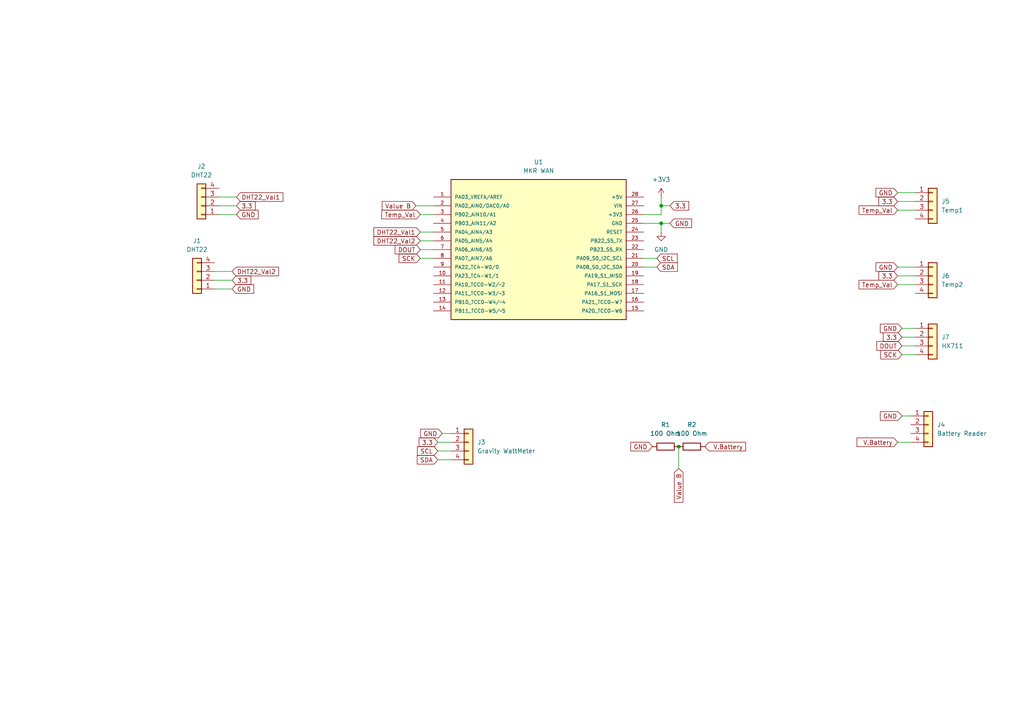
<source format=kicad_sch>
(kicad_sch (version 20211123) (generator eeschema)

  (uuid f2483d69-fc44-44cf-8319-c71be32e07d7)

  (paper "A4")

  (lib_symbols
    (symbol "Connector_Generic:Conn_01x04" (pin_names (offset 1.016) hide) (in_bom yes) (on_board yes)
      (property "Reference" "J" (id 0) (at 0 5.08 0)
        (effects (font (size 1.27 1.27)))
      )
      (property "Value" "Conn_01x04" (id 1) (at 0 -7.62 0)
        (effects (font (size 1.27 1.27)))
      )
      (property "Footprint" "" (id 2) (at 0 0 0)
        (effects (font (size 1.27 1.27)) hide)
      )
      (property "Datasheet" "~" (id 3) (at 0 0 0)
        (effects (font (size 1.27 1.27)) hide)
      )
      (property "ki_keywords" "connector" (id 4) (at 0 0 0)
        (effects (font (size 1.27 1.27)) hide)
      )
      (property "ki_description" "Generic connector, single row, 01x04, script generated (kicad-library-utils/schlib/autogen/connector/)" (id 5) (at 0 0 0)
        (effects (font (size 1.27 1.27)) hide)
      )
      (property "ki_fp_filters" "Connector*:*_1x??_*" (id 6) (at 0 0 0)
        (effects (font (size 1.27 1.27)) hide)
      )
      (symbol "Conn_01x04_1_1"
        (rectangle (start -1.27 -4.953) (end 0 -5.207)
          (stroke (width 0.1524) (type default) (color 0 0 0 0))
          (fill (type none))
        )
        (rectangle (start -1.27 -2.413) (end 0 -2.667)
          (stroke (width 0.1524) (type default) (color 0 0 0 0))
          (fill (type none))
        )
        (rectangle (start -1.27 0.127) (end 0 -0.127)
          (stroke (width 0.1524) (type default) (color 0 0 0 0))
          (fill (type none))
        )
        (rectangle (start -1.27 2.667) (end 0 2.413)
          (stroke (width 0.1524) (type default) (color 0 0 0 0))
          (fill (type none))
        )
        (rectangle (start -1.27 3.81) (end 1.27 -6.35)
          (stroke (width 0.254) (type default) (color 0 0 0 0))
          (fill (type background))
        )
        (pin passive line (at -5.08 2.54 0) (length 3.81)
          (name "Pin_1" (effects (font (size 1.27 1.27))))
          (number "1" (effects (font (size 1.27 1.27))))
        )
        (pin passive line (at -5.08 0 0) (length 3.81)
          (name "Pin_2" (effects (font (size 1.27 1.27))))
          (number "2" (effects (font (size 1.27 1.27))))
        )
        (pin passive line (at -5.08 -2.54 0) (length 3.81)
          (name "Pin_3" (effects (font (size 1.27 1.27))))
          (number "3" (effects (font (size 1.27 1.27))))
        )
        (pin passive line (at -5.08 -5.08 0) (length 3.81)
          (name "Pin_4" (effects (font (size 1.27 1.27))))
          (number "4" (effects (font (size 1.27 1.27))))
        )
      )
    )
    (symbol "Device:R" (pin_numbers hide) (pin_names (offset 0)) (in_bom yes) (on_board yes)
      (property "Reference" "R" (id 0) (at 2.032 0 90)
        (effects (font (size 1.27 1.27)))
      )
      (property "Value" "R" (id 1) (at 0 0 90)
        (effects (font (size 1.27 1.27)))
      )
      (property "Footprint" "" (id 2) (at -1.778 0 90)
        (effects (font (size 1.27 1.27)) hide)
      )
      (property "Datasheet" "~" (id 3) (at 0 0 0)
        (effects (font (size 1.27 1.27)) hide)
      )
      (property "ki_keywords" "R res resistor" (id 4) (at 0 0 0)
        (effects (font (size 1.27 1.27)) hide)
      )
      (property "ki_description" "Resistor" (id 5) (at 0 0 0)
        (effects (font (size 1.27 1.27)) hide)
      )
      (property "ki_fp_filters" "R_*" (id 6) (at 0 0 0)
        (effects (font (size 1.27 1.27)) hide)
      )
      (symbol "R_0_1"
        (rectangle (start -1.016 -2.54) (end 1.016 2.54)
          (stroke (width 0.254) (type default) (color 0 0 0 0))
          (fill (type none))
        )
      )
      (symbol "R_1_1"
        (pin passive line (at 0 3.81 270) (length 1.27)
          (name "~" (effects (font (size 1.27 1.27))))
          (number "1" (effects (font (size 1.27 1.27))))
        )
        (pin passive line (at 0 -3.81 90) (length 1.27)
          (name "~" (effects (font (size 1.27 1.27))))
          (number "2" (effects (font (size 1.27 1.27))))
        )
      )
    )
    (symbol "MKRWAN:ABX00012" (pin_names (offset 1.016)) (in_bom yes) (on_board yes)
      (property "Reference" "U" (id 0) (at -25.4 21.082 0)
        (effects (font (size 1.27 1.27)) (justify left bottom))
      )
      (property "Value" "ABX00012" (id 1) (at -25.4 -22.86 0)
        (effects (font (size 1.27 1.27)) (justify left bottom))
      )
      (property "Footprint" "ARDUINO_ABX00012" (id 2) (at 0 0 0)
        (effects (font (size 1.27 1.27)) (justify bottom) hide)
      )
      (property "Datasheet" "" (id 3) (at 0 0 0)
        (effects (font (size 1.27 1.27)) hide)
      )
      (property "MAXIMUM_PACKAGE_HEIGHT" "" (id 4) (at 0 0 0)
        (effects (font (size 1.27 1.27)) (justify bottom) hide)
      )
      (property "MANUFACTURER" "Arduino" (id 5) (at 0 0 0)
        (effects (font (size 1.27 1.27)) (justify bottom) hide)
      )
      (property "PARTREV" "5" (id 6) (at 0 0 0)
        (effects (font (size 1.27 1.27)) (justify bottom) hide)
      )
      (property "STANDARD" "Manufacturer Recommendations" (id 7) (at 0 0 0)
        (effects (font (size 1.27 1.27)) (justify bottom) hide)
      )
      (symbol "ABX00012_0_0"
        (rectangle (start -25.4 -20.32) (end 25.4 20.32)
          (stroke (width 0.254) (type default) (color 0 0 0 0))
          (fill (type background))
        )
        (pin bidirectional line (at -30.48 15.24 0) (length 5.08)
          (name "PA03_VREFA/AREF" (effects (font (size 1.016 1.016))))
          (number "1" (effects (font (size 1.016 1.016))))
        )
        (pin bidirectional line (at -30.48 -7.62 0) (length 5.08)
          (name "PA23_TC4-W1/1" (effects (font (size 1.016 1.016))))
          (number "10" (effects (font (size 1.016 1.016))))
        )
        (pin bidirectional line (at -30.48 -10.16 0) (length 5.08)
          (name "PA10_TCC0-W2/~2" (effects (font (size 1.016 1.016))))
          (number "11" (effects (font (size 1.016 1.016))))
        )
        (pin bidirectional line (at -30.48 -12.7 0) (length 5.08)
          (name "PA11_TCC0-W3/~3" (effects (font (size 1.016 1.016))))
          (number "12" (effects (font (size 1.016 1.016))))
        )
        (pin bidirectional line (at -30.48 -15.24 0) (length 5.08)
          (name "PB10_TCC0-W4/~4" (effects (font (size 1.016 1.016))))
          (number "13" (effects (font (size 1.016 1.016))))
        )
        (pin bidirectional line (at -30.48 -17.78 0) (length 5.08)
          (name "PB11_TCC0-W5/~5" (effects (font (size 1.016 1.016))))
          (number "14" (effects (font (size 1.016 1.016))))
        )
        (pin bidirectional line (at 30.48 -17.78 180) (length 5.08)
          (name "PA20_TCC0-W6" (effects (font (size 1.016 1.016))))
          (number "15" (effects (font (size 1.016 1.016))))
        )
        (pin bidirectional line (at 30.48 -15.24 180) (length 5.08)
          (name "PA21_TCC0-W7" (effects (font (size 1.016 1.016))))
          (number "16" (effects (font (size 1.016 1.016))))
        )
        (pin bidirectional line (at 30.48 -12.7 180) (length 5.08)
          (name "PA16_S1_MOSI" (effects (font (size 1.016 1.016))))
          (number "17" (effects (font (size 1.016 1.016))))
        )
        (pin bidirectional line (at 30.48 -10.16 180) (length 5.08)
          (name "PA17_S1_SCK" (effects (font (size 1.016 1.016))))
          (number "18" (effects (font (size 1.016 1.016))))
        )
        (pin bidirectional line (at 30.48 -7.62 180) (length 5.08)
          (name "PA19_S1_MISO" (effects (font (size 1.016 1.016))))
          (number "19" (effects (font (size 1.016 1.016))))
        )
        (pin bidirectional line (at -30.48 12.7 0) (length 5.08)
          (name "PA02_AIN0/DAC0/A0" (effects (font (size 1.016 1.016))))
          (number "2" (effects (font (size 1.016 1.016))))
        )
        (pin bidirectional line (at 30.48 -5.08 180) (length 5.08)
          (name "PA08_S0_I2C_SDA" (effects (font (size 1.016 1.016))))
          (number "20" (effects (font (size 1.016 1.016))))
        )
        (pin bidirectional line (at 30.48 -2.54 180) (length 5.08)
          (name "PA09_S0_I2C_SCL" (effects (font (size 1.016 1.016))))
          (number "21" (effects (font (size 1.016 1.016))))
        )
        (pin bidirectional line (at 30.48 0 180) (length 5.08)
          (name "PB23_S5_RX" (effects (font (size 1.016 1.016))))
          (number "22" (effects (font (size 1.016 1.016))))
        )
        (pin bidirectional line (at 30.48 2.54 180) (length 5.08)
          (name "PB22_S5_TX" (effects (font (size 1.016 1.016))))
          (number "23" (effects (font (size 1.016 1.016))))
        )
        (pin input line (at 30.48 5.08 180) (length 5.08)
          (name "RESET" (effects (font (size 1.016 1.016))))
          (number "24" (effects (font (size 1.016 1.016))))
        )
        (pin power_in line (at 30.48 7.62 180) (length 5.08)
          (name "GND" (effects (font (size 1.016 1.016))))
          (number "25" (effects (font (size 1.016 1.016))))
        )
        (pin power_in line (at 30.48 10.16 180) (length 5.08)
          (name "+3V3" (effects (font (size 1.016 1.016))))
          (number "26" (effects (font (size 1.016 1.016))))
        )
        (pin power_in line (at 30.48 12.7 180) (length 5.08)
          (name "VIN" (effects (font (size 1.016 1.016))))
          (number "27" (effects (font (size 1.016 1.016))))
        )
        (pin power_in line (at 30.48 15.24 180) (length 5.08)
          (name "+5V" (effects (font (size 1.016 1.016))))
          (number "28" (effects (font (size 1.016 1.016))))
        )
        (pin bidirectional line (at -30.48 10.16 0) (length 5.08)
          (name "PB02_AIN10/A1" (effects (font (size 1.016 1.016))))
          (number "3" (effects (font (size 1.016 1.016))))
        )
        (pin bidirectional line (at -30.48 7.62 0) (length 5.08)
          (name "PB03_AIN11/A2" (effects (font (size 1.016 1.016))))
          (number "4" (effects (font (size 1.016 1.016))))
        )
        (pin bidirectional line (at -30.48 5.08 0) (length 5.08)
          (name "PA04_AIN4/A3" (effects (font (size 1.016 1.016))))
          (number "5" (effects (font (size 1.016 1.016))))
        )
        (pin bidirectional line (at -30.48 2.54 0) (length 5.08)
          (name "PA05_AIN5/A4" (effects (font (size 1.016 1.016))))
          (number "6" (effects (font (size 1.016 1.016))))
        )
        (pin bidirectional line (at -30.48 0 0) (length 5.08)
          (name "PA06_AIN6/A5" (effects (font (size 1.016 1.016))))
          (number "7" (effects (font (size 1.016 1.016))))
        )
        (pin bidirectional line (at -30.48 -2.54 0) (length 5.08)
          (name "PA07_AIN7/A6" (effects (font (size 1.016 1.016))))
          (number "8" (effects (font (size 1.016 1.016))))
        )
        (pin bidirectional line (at -30.48 -5.08 0) (length 5.08)
          (name "PA22_TC4-W0/0" (effects (font (size 1.016 1.016))))
          (number "9" (effects (font (size 1.016 1.016))))
        )
      )
    )
    (symbol "power:+3V3" (power) (pin_names (offset 0)) (in_bom yes) (on_board yes)
      (property "Reference" "#PWR" (id 0) (at 0 -3.81 0)
        (effects (font (size 1.27 1.27)) hide)
      )
      (property "Value" "+3V3" (id 1) (at 0 3.556 0)
        (effects (font (size 1.27 1.27)))
      )
      (property "Footprint" "" (id 2) (at 0 0 0)
        (effects (font (size 1.27 1.27)) hide)
      )
      (property "Datasheet" "" (id 3) (at 0 0 0)
        (effects (font (size 1.27 1.27)) hide)
      )
      (property "ki_keywords" "power-flag" (id 4) (at 0 0 0)
        (effects (font (size 1.27 1.27)) hide)
      )
      (property "ki_description" "Power symbol creates a global label with name \"+3V3\"" (id 5) (at 0 0 0)
        (effects (font (size 1.27 1.27)) hide)
      )
      (symbol "+3V3_0_1"
        (polyline
          (pts
            (xy -0.762 1.27)
            (xy 0 2.54)
          )
          (stroke (width 0) (type default) (color 0 0 0 0))
          (fill (type none))
        )
        (polyline
          (pts
            (xy 0 0)
            (xy 0 2.54)
          )
          (stroke (width 0) (type default) (color 0 0 0 0))
          (fill (type none))
        )
        (polyline
          (pts
            (xy 0 2.54)
            (xy 0.762 1.27)
          )
          (stroke (width 0) (type default) (color 0 0 0 0))
          (fill (type none))
        )
      )
      (symbol "+3V3_1_1"
        (pin power_in line (at 0 0 90) (length 0) hide
          (name "+3V3" (effects (font (size 1.27 1.27))))
          (number "1" (effects (font (size 1.27 1.27))))
        )
      )
    )
    (symbol "power:GND" (power) (pin_names (offset 0)) (in_bom yes) (on_board yes)
      (property "Reference" "#PWR" (id 0) (at 0 -6.35 0)
        (effects (font (size 1.27 1.27)) hide)
      )
      (property "Value" "GND" (id 1) (at 0 -3.81 0)
        (effects (font (size 1.27 1.27)))
      )
      (property "Footprint" "" (id 2) (at 0 0 0)
        (effects (font (size 1.27 1.27)) hide)
      )
      (property "Datasheet" "" (id 3) (at 0 0 0)
        (effects (font (size 1.27 1.27)) hide)
      )
      (property "ki_keywords" "power-flag" (id 4) (at 0 0 0)
        (effects (font (size 1.27 1.27)) hide)
      )
      (property "ki_description" "Power symbol creates a global label with name \"GND\" , ground" (id 5) (at 0 0 0)
        (effects (font (size 1.27 1.27)) hide)
      )
      (symbol "GND_0_1"
        (polyline
          (pts
            (xy 0 0)
            (xy 0 -1.27)
            (xy 1.27 -1.27)
            (xy 0 -2.54)
            (xy -1.27 -1.27)
            (xy 0 -1.27)
          )
          (stroke (width 0) (type default) (color 0 0 0 0))
          (fill (type none))
        )
      )
      (symbol "GND_1_1"
        (pin power_in line (at 0 0 270) (length 0) hide
          (name "GND" (effects (font (size 1.27 1.27))))
          (number "1" (effects (font (size 1.27 1.27))))
        )
      )
    )
  )

  (junction (at 196.85 129.54) (diameter 0) (color 0 0 0 0)
    (uuid 70c53b2c-afb7-4da2-a183-b83c916607fb)
  )
  (junction (at 191.77 64.77) (diameter 0) (color 0 0 0 0)
    (uuid 973c3ba0-edaf-41f3-bda2-8e55c2707956)
  )
  (junction (at 191.77 59.69) (diameter 0) (color 0 0 0 0)
    (uuid cb11408c-0f94-49f0-a8a7-a4f942d4f97c)
  )

  (wire (pts (xy 128.27 125.73) (xy 130.81 125.73))
    (stroke (width 0) (type default) (color 0 0 0 0))
    (uuid 08e4ee90-2652-44b8-91a7-dd02cd0c3e12)
  )
  (wire (pts (xy 120.65 59.69) (xy 125.73 59.69))
    (stroke (width 0) (type default) (color 0 0 0 0))
    (uuid 0b644d05-09d2-4ef6-be78-0edddff56fb0)
  )
  (wire (pts (xy 196.85 129.54) (xy 196.85 135.89))
    (stroke (width 0) (type default) (color 0 0 0 0))
    (uuid 1777f2ad-ad8b-4db8-bf49-174a02fb9411)
  )
  (wire (pts (xy 260.35 60.96) (xy 265.43 60.96))
    (stroke (width 0) (type default) (color 0 0 0 0))
    (uuid 201373e4-cde2-46d1-9d7e-d57eae2dd650)
  )
  (wire (pts (xy 265.43 58.42) (xy 260.35 58.42))
    (stroke (width 0) (type default) (color 0 0 0 0))
    (uuid 23705e0b-ec42-40e9-86ff-87ee37431619)
  )
  (wire (pts (xy 121.92 69.85) (xy 125.73 69.85))
    (stroke (width 0) (type default) (color 0 0 0 0))
    (uuid 30b91db8-4660-4553-afd2-77583ba40156)
  )
  (wire (pts (xy 121.92 62.23) (xy 125.73 62.23))
    (stroke (width 0) (type default) (color 0 0 0 0))
    (uuid 319d5f90-ce45-4c10-abda-ae414f0a310c)
  )
  (wire (pts (xy 186.69 62.23) (xy 191.77 62.23))
    (stroke (width 0) (type default) (color 0 0 0 0))
    (uuid 3346be60-8598-41a9-a797-9ef7f2d4f239)
  )
  (wire (pts (xy 186.69 74.93) (xy 190.5 74.93))
    (stroke (width 0) (type default) (color 0 0 0 0))
    (uuid 387eca22-cdba-4f54-9ed3-7c34142525dd)
  )
  (wire (pts (xy 191.77 59.69) (xy 191.77 62.23))
    (stroke (width 0) (type default) (color 0 0 0 0))
    (uuid 496135cf-3245-4426-9262-61d4e8f13093)
  )
  (wire (pts (xy 260.35 128.27) (xy 264.16 128.27))
    (stroke (width 0) (type default) (color 0 0 0 0))
    (uuid 516d643c-3ce0-4070-b43e-2529764db21a)
  )
  (wire (pts (xy 63.5 59.69) (xy 68.58 59.69))
    (stroke (width 0) (type default) (color 0 0 0 0))
    (uuid 52abb397-a20f-4c07-8bf9-68c129efdc5f)
  )
  (wire (pts (xy 121.92 72.39) (xy 125.73 72.39))
    (stroke (width 0) (type default) (color 0 0 0 0))
    (uuid 6a68adcb-3e77-4ec0-ba5d-be1241d6d17f)
  )
  (wire (pts (xy 261.62 97.79) (xy 265.43 97.79))
    (stroke (width 0) (type default) (color 0 0 0 0))
    (uuid 6f3eea18-7d2c-42a6-9378-38af2ea9abd5)
  )
  (wire (pts (xy 260.35 82.55) (xy 265.43 82.55))
    (stroke (width 0) (type default) (color 0 0 0 0))
    (uuid 7345601e-3316-406b-b745-d39dd13295bc)
  )
  (wire (pts (xy 261.62 95.25) (xy 265.43 95.25))
    (stroke (width 0) (type default) (color 0 0 0 0))
    (uuid 73b73875-46cd-4191-b021-537b0c570f46)
  )
  (wire (pts (xy 121.92 74.93) (xy 125.73 74.93))
    (stroke (width 0) (type default) (color 0 0 0 0))
    (uuid 75c252f2-ec30-412c-a2f9-4b7e9dea6b18)
  )
  (wire (pts (xy 191.77 64.77) (xy 194.31 64.77))
    (stroke (width 0) (type default) (color 0 0 0 0))
    (uuid 7ea66dd1-c301-431e-92df-64c4f76eaf2f)
  )
  (wire (pts (xy 261.62 102.87) (xy 265.43 102.87))
    (stroke (width 0) (type default) (color 0 0 0 0))
    (uuid 90aa39e9-0269-409e-a9c1-e7cd9ca09de9)
  )
  (wire (pts (xy 191.77 57.15) (xy 191.77 59.69))
    (stroke (width 0) (type default) (color 0 0 0 0))
    (uuid 96f0130e-1893-4797-9b29-ff7eabf0482a)
  )
  (wire (pts (xy 191.77 59.69) (xy 194.31 59.69))
    (stroke (width 0) (type default) (color 0 0 0 0))
    (uuid a474c9dd-f14e-4eec-8801-4c994d4536ce)
  )
  (wire (pts (xy 261.62 100.33) (xy 265.43 100.33))
    (stroke (width 0) (type default) (color 0 0 0 0))
    (uuid a7035c78-513f-4b4b-974c-5a198f0b024c)
  )
  (wire (pts (xy 62.23 83.82) (xy 67.31 83.82))
    (stroke (width 0) (type default) (color 0 0 0 0))
    (uuid ab1d0903-db82-4598-87b6-9d5fb553537e)
  )
  (wire (pts (xy 265.43 55.88) (xy 260.35 55.88))
    (stroke (width 0) (type default) (color 0 0 0 0))
    (uuid ad2a0f9d-2f3b-4d66-95ba-04b85c23bb15)
  )
  (wire (pts (xy 63.5 62.23) (xy 68.58 62.23))
    (stroke (width 0) (type default) (color 0 0 0 0))
    (uuid aeafead3-a9d0-4d25-9d0c-38f894afe4e5)
  )
  (wire (pts (xy 127 128.27) (xy 130.81 128.27))
    (stroke (width 0) (type default) (color 0 0 0 0))
    (uuid af9fc98e-631e-45f1-ab85-9f1367e8deb8)
  )
  (wire (pts (xy 186.69 64.77) (xy 191.77 64.77))
    (stroke (width 0) (type default) (color 0 0 0 0))
    (uuid b213d9ab-a678-4302-ae38-850cbfc8d263)
  )
  (wire (pts (xy 265.43 80.01) (xy 260.35 80.01))
    (stroke (width 0) (type default) (color 0 0 0 0))
    (uuid bcd0f246-b38e-48f7-9821-4427315ae6f0)
  )
  (wire (pts (xy 62.23 81.28) (xy 67.31 81.28))
    (stroke (width 0) (type default) (color 0 0 0 0))
    (uuid c1fa647e-14df-47d2-a79f-25793fa025ab)
  )
  (wire (pts (xy 186.69 77.47) (xy 190.5 77.47))
    (stroke (width 0) (type default) (color 0 0 0 0))
    (uuid cdaba22f-1f77-4985-97b4-d5425f54df58)
  )
  (wire (pts (xy 121.92 67.31) (xy 125.73 67.31))
    (stroke (width 0) (type default) (color 0 0 0 0))
    (uuid ce444b0b-2aa5-45cf-b10e-06d0da672a04)
  )
  (wire (pts (xy 127 133.35) (xy 130.81 133.35))
    (stroke (width 0) (type default) (color 0 0 0 0))
    (uuid ce51578d-7d1a-4fdf-9ea4-9f4fd336bb8d)
  )
  (wire (pts (xy 261.62 120.65) (xy 264.16 120.65))
    (stroke (width 0) (type default) (color 0 0 0 0))
    (uuid d021e5b4-4e69-4cfb-93ba-161ef0e3c1b3)
  )
  (wire (pts (xy 127 130.81) (xy 130.81 130.81))
    (stroke (width 0) (type default) (color 0 0 0 0))
    (uuid e7d7a53c-f671-4aa6-a40f-d48c8cbae8b6)
  )
  (wire (pts (xy 62.23 78.74) (xy 67.31 78.74))
    (stroke (width 0) (type default) (color 0 0 0 0))
    (uuid e9074a32-15ed-4169-8187-9c89ce728806)
  )
  (wire (pts (xy 63.5 57.15) (xy 68.58 57.15))
    (stroke (width 0) (type default) (color 0 0 0 0))
    (uuid efecd37c-4d8f-4f06-94b6-6fe631426ad1)
  )
  (wire (pts (xy 191.77 64.77) (xy 191.77 67.31))
    (stroke (width 0) (type default) (color 0 0 0 0))
    (uuid f25c7e59-3187-4ae2-bce6-56b1e8c1ce29)
  )
  (wire (pts (xy 265.43 77.47) (xy 260.35 77.47))
    (stroke (width 0) (type default) (color 0 0 0 0))
    (uuid f93551a7-486c-4c2c-93b4-8b51cc5eb052)
  )

  (global_label "3.3" (shape input) (at 68.58 59.69 0) (fields_autoplaced)
    (effects (font (size 1.27 1.27)) (justify left))
    (uuid 025045ee-f358-4678-b91c-473dc1096422)
    (property "Intersheet References" "${INTERSHEET_REFS}" (id 0) (at 74.0169 59.6106 0)
      (effects (font (size 1.27 1.27)) (justify left) hide)
    )
  )
  (global_label " V.Battery" (shape input) (at 204.47 129.54 0) (fields_autoplaced)
    (effects (font (size 1.27 1.27)) (justify left))
    (uuid 03ac73f3-384b-438f-abdc-321a21b94dfe)
    (property "Intersheet References" "${INTERSHEET_REFS}" (id 0) (at 216.2569 129.6194 0)
      (effects (font (size 1.27 1.27)) (justify left) hide)
    )
  )
  (global_label "SCL" (shape input) (at 127 130.81 180) (fields_autoplaced)
    (effects (font (size 1.27 1.27)) (justify right))
    (uuid 088ffdf3-7ac8-4dd0-8420-70de01dce9df)
    (property "Intersheet References" "${INTERSHEET_REFS}" (id 0) (at 121.0793 130.8894 0)
      (effects (font (size 1.27 1.27)) (justify left) hide)
    )
  )
  (global_label "3.3" (shape input) (at 260.35 80.01 180) (fields_autoplaced)
    (effects (font (size 1.27 1.27)) (justify right))
    (uuid 15fb4bc3-4b91-484e-9522-1e0c07a0e9ec)
    (property "Intersheet References" "${INTERSHEET_REFS}" (id 0) (at 254.9131 80.0894 0)
      (effects (font (size 1.27 1.27)) (justify right) hide)
    )
  )
  (global_label "3.3" (shape input) (at 260.35 58.42 180) (fields_autoplaced)
    (effects (font (size 1.27 1.27)) (justify right))
    (uuid 2bf65311-3e34-4b64-a318-0aa5ed876c5f)
    (property "Intersheet References" "${INTERSHEET_REFS}" (id 0) (at 254.9131 58.4994 0)
      (effects (font (size 1.27 1.27)) (justify right) hide)
    )
  )
  (global_label "Value B" (shape input) (at 120.65 59.69 180) (fields_autoplaced)
    (effects (font (size 1.27 1.27)) (justify right))
    (uuid 2fc609b6-cecb-4c44-9dec-0a263b4fca84)
    (property "Intersheet References" "${INTERSHEET_REFS}" (id 0) (at 110.8588 59.6106 0)
      (effects (font (size 1.27 1.27)) (justify right) hide)
    )
  )
  (global_label "3.3" (shape input) (at 261.62 97.79 180) (fields_autoplaced)
    (effects (font (size 1.27 1.27)) (justify right))
    (uuid 3279ddaf-c01d-4f91-9fbb-10766e8ddda4)
    (property "Intersheet References" "${INTERSHEET_REFS}" (id 0) (at 256.1831 97.8694 0)
      (effects (font (size 1.27 1.27)) (justify right) hide)
    )
  )
  (global_label "3.3" (shape input) (at 194.31 59.69 0) (fields_autoplaced)
    (effects (font (size 1.27 1.27)) (justify left))
    (uuid 4e252a16-290b-4555-90b7-a2bad59697a0)
    (property "Intersheet References" "${INTERSHEET_REFS}" (id 0) (at 199.7469 59.6106 0)
      (effects (font (size 1.27 1.27)) (justify left) hide)
    )
  )
  (global_label "GND" (shape input) (at 261.62 95.25 180) (fields_autoplaced)
    (effects (font (size 1.27 1.27)) (justify right))
    (uuid 4e83c1e4-86b1-4e23-a5e8-d5e82955c5c2)
    (property "Intersheet References" "${INTERSHEET_REFS}" (id 0) (at 255.3364 95.3294 0)
      (effects (font (size 1.27 1.27)) (justify right) hide)
    )
  )
  (global_label "GND" (shape input) (at 260.35 55.88 180) (fields_autoplaced)
    (effects (font (size 1.27 1.27)) (justify right))
    (uuid 50456af1-c4e7-47f2-a7d2-93147fa30506)
    (property "Intersheet References" "${INTERSHEET_REFS}" (id 0) (at 254.0664 55.9594 0)
      (effects (font (size 1.27 1.27)) (justify right) hide)
    )
  )
  (global_label "SCK" (shape input) (at 121.92 74.93 180) (fields_autoplaced)
    (effects (font (size 1.27 1.27)) (justify right))
    (uuid 5a2f9431-f054-4209-acad-2a3f96ac20e0)
    (property "Intersheet References" "${INTERSHEET_REFS}" (id 0) (at 115.7574 74.8506 0)
      (effects (font (size 1.27 1.27)) (justify right) hide)
    )
  )
  (global_label "DOUT" (shape input) (at 121.92 72.39 180) (fields_autoplaced)
    (effects (font (size 1.27 1.27)) (justify right))
    (uuid 78c56f5e-69af-4df9-9cee-22bdfc3c5256)
    (property "Intersheet References" "${INTERSHEET_REFS}" (id 0) (at 114.6083 72.3106 0)
      (effects (font (size 1.27 1.27)) (justify right) hide)
    )
  )
  (global_label "GND" (shape input) (at 194.31 64.77 0) (fields_autoplaced)
    (effects (font (size 1.27 1.27)) (justify left))
    (uuid 82887eed-2318-421f-bebc-29f4551e2621)
    (property "Intersheet References" "${INTERSHEET_REFS}" (id 0) (at 200.5936 64.6906 0)
      (effects (font (size 1.27 1.27)) (justify left) hide)
    )
  )
  (global_label "DHT22_Val1" (shape input) (at 68.58 57.15 0) (fields_autoplaced)
    (effects (font (size 1.27 1.27)) (justify left))
    (uuid 90402417-5d30-42b2-8bee-588799afbb6a)
    (property "Intersheet References" "${INTERSHEET_REFS}" (id 0) (at 82.0602 57.2294 0)
      (effects (font (size 1.27 1.27)) (justify left) hide)
    )
  )
  (global_label "SDA" (shape input) (at 190.5 77.47 0) (fields_autoplaced)
    (effects (font (size 1.27 1.27)) (justify left))
    (uuid 963bc20e-bde8-4e2f-b13c-420c62be5350)
    (property "Intersheet References" "${INTERSHEET_REFS}" (id 0) (at 196.4812 77.3906 0)
      (effects (font (size 1.27 1.27)) (justify left) hide)
    )
  )
  (global_label "Temp_Val" (shape input) (at 260.35 82.55 180) (fields_autoplaced)
    (effects (font (size 1.27 1.27)) (justify right))
    (uuid 9bb43548-8451-4936-9b92-620e36be8492)
    (property "Intersheet References" "${INTERSHEET_REFS}" (id 0) (at 249.1679 82.4706 0)
      (effects (font (size 1.27 1.27)) (justify right) hide)
    )
  )
  (global_label "GND" (shape input) (at 67.31 83.82 0) (fields_autoplaced)
    (effects (font (size 1.27 1.27)) (justify left))
    (uuid 9c3d9cf0-4221-4c7b-9f9f-0acc1f47f25b)
    (property "Intersheet References" "${INTERSHEET_REFS}" (id 0) (at 73.5936 83.7406 0)
      (effects (font (size 1.27 1.27)) (justify left) hide)
    )
  )
  (global_label "GND" (shape input) (at 128.27 125.73 180) (fields_autoplaced)
    (effects (font (size 1.27 1.27)) (justify right))
    (uuid a1e2ee87-7ccd-4387-9916-65d518ee3b52)
    (property "Intersheet References" "${INTERSHEET_REFS}" (id 0) (at 121.9864 125.8094 0)
      (effects (font (size 1.27 1.27)) (justify right) hide)
    )
  )
  (global_label "3.3" (shape input) (at 67.31 81.28 0) (fields_autoplaced)
    (effects (font (size 1.27 1.27)) (justify left))
    (uuid a2986c1f-97dc-4280-a52f-666e2c93b276)
    (property "Intersheet References" "${INTERSHEET_REFS}" (id 0) (at 72.7469 81.2006 0)
      (effects (font (size 1.27 1.27)) (justify left) hide)
    )
  )
  (global_label "Temp_Val" (shape input) (at 260.35 60.96 180) (fields_autoplaced)
    (effects (font (size 1.27 1.27)) (justify right))
    (uuid a742db6e-ea87-4f16-9484-82322db44c86)
    (property "Intersheet References" "${INTERSHEET_REFS}" (id 0) (at 249.1679 60.8806 0)
      (effects (font (size 1.27 1.27)) (justify right) hide)
    )
  )
  (global_label " V.Battery" (shape input) (at 260.35 128.27 180) (fields_autoplaced)
    (effects (font (size 1.27 1.27)) (justify right))
    (uuid b24ba106-f498-416b-9457-b0be899fb639)
    (property "Intersheet References" "${INTERSHEET_REFS}" (id 0) (at 248.5631 128.1906 0)
      (effects (font (size 1.27 1.27)) (justify right) hide)
    )
  )
  (global_label "DOUT" (shape input) (at 261.62 100.33 180) (fields_autoplaced)
    (effects (font (size 1.27 1.27)) (justify right))
    (uuid b637b8b4-4ee0-438d-83b8-b64a05028b59)
    (property "Intersheet References" "${INTERSHEET_REFS}" (id 0) (at 254.3083 100.2506 0)
      (effects (font (size 1.27 1.27)) (justify right) hide)
    )
  )
  (global_label "Temp_Val" (shape input) (at 121.92 62.23 180) (fields_autoplaced)
    (effects (font (size 1.27 1.27)) (justify right))
    (uuid bd974326-a2f9-4dcb-abd1-805b412f3991)
    (property "Intersheet References" "${INTERSHEET_REFS}" (id 0) (at 110.7379 62.1506 0)
      (effects (font (size 1.27 1.27)) (justify right) hide)
    )
  )
  (global_label "Value B" (shape input) (at 196.85 135.89 270) (fields_autoplaced)
    (effects (font (size 1.27 1.27)) (justify right))
    (uuid be305094-f9ad-45b8-9295-8cbee7edc3c1)
    (property "Intersheet References" "${INTERSHEET_REFS}" (id 0) (at 196.7706 145.6812 90)
      (effects (font (size 1.27 1.27)) (justify right) hide)
    )
  )
  (global_label "DHT22_Val1" (shape input) (at 121.92 67.31 180) (fields_autoplaced)
    (effects (font (size 1.27 1.27)) (justify right))
    (uuid becb3e44-516b-4d7d-b546-785b73cb6ca3)
    (property "Intersheet References" "${INTERSHEET_REFS}" (id 0) (at 108.4398 67.2306 0)
      (effects (font (size 1.27 1.27)) (justify right) hide)
    )
  )
  (global_label "DHT22_Val2" (shape input) (at 67.31 78.74 0) (fields_autoplaced)
    (effects (font (size 1.27 1.27)) (justify left))
    (uuid c4602e70-53aa-4108-a024-1a0990979b9b)
    (property "Intersheet References" "${INTERSHEET_REFS}" (id 0) (at 80.7902 78.8194 0)
      (effects (font (size 1.27 1.27)) (justify left) hide)
    )
  )
  (global_label "GND" (shape input) (at 189.23 129.54 180) (fields_autoplaced)
    (effects (font (size 1.27 1.27)) (justify right))
    (uuid c51010ba-fcb8-44da-9958-c659c818f809)
    (property "Intersheet References" "${INTERSHEET_REFS}" (id 0) (at 182.9464 129.4606 0)
      (effects (font (size 1.27 1.27)) (justify right) hide)
    )
  )
  (global_label "GND" (shape input) (at 260.35 77.47 180) (fields_autoplaced)
    (effects (font (size 1.27 1.27)) (justify right))
    (uuid ca03e2f9-dcff-437d-971e-0fa30cd6b3d9)
    (property "Intersheet References" "${INTERSHEET_REFS}" (id 0) (at 254.0664 77.5494 0)
      (effects (font (size 1.27 1.27)) (justify right) hide)
    )
  )
  (global_label "SCL" (shape input) (at 190.5 74.93 0) (fields_autoplaced)
    (effects (font (size 1.27 1.27)) (justify left))
    (uuid d0eed2c8-475e-480e-8a87-389446e970ca)
    (property "Intersheet References" "${INTERSHEET_REFS}" (id 0) (at 196.4207 74.8506 0)
      (effects (font (size 1.27 1.27)) (justify left) hide)
    )
  )
  (global_label "SCK" (shape input) (at 261.62 102.87 180) (fields_autoplaced)
    (effects (font (size 1.27 1.27)) (justify right))
    (uuid d53c78da-fd1c-43e7-9627-dad9abaa076e)
    (property "Intersheet References" "${INTERSHEET_REFS}" (id 0) (at 255.4574 102.7906 0)
      (effects (font (size 1.27 1.27)) (justify right) hide)
    )
  )
  (global_label "SDA" (shape input) (at 127 133.35 180) (fields_autoplaced)
    (effects (font (size 1.27 1.27)) (justify right))
    (uuid d786cbf6-328c-489e-87e5-b765d2c07377)
    (property "Intersheet References" "${INTERSHEET_REFS}" (id 0) (at 121.0188 133.4294 0)
      (effects (font (size 1.27 1.27)) (justify left) hide)
    )
  )
  (global_label "GND" (shape input) (at 68.58 62.23 0) (fields_autoplaced)
    (effects (font (size 1.27 1.27)) (justify left))
    (uuid f09b9b06-293b-462c-b1a8-abbe72f1d435)
    (property "Intersheet References" "${INTERSHEET_REFS}" (id 0) (at 74.8636 62.1506 0)
      (effects (font (size 1.27 1.27)) (justify left) hide)
    )
  )
  (global_label "GND" (shape input) (at 261.62 120.65 180) (fields_autoplaced)
    (effects (font (size 1.27 1.27)) (justify right))
    (uuid f4ef537e-5324-4ca9-bbd0-9cb411c98b97)
    (property "Intersheet References" "${INTERSHEET_REFS}" (id 0) (at 255.3364 120.7294 0)
      (effects (font (size 1.27 1.27)) (justify right) hide)
    )
  )
  (global_label "3.3" (shape input) (at 127 128.27 180) (fields_autoplaced)
    (effects (font (size 1.27 1.27)) (justify right))
    (uuid fc3a59d3-8efe-4684-ba37-1dd29852e805)
    (property "Intersheet References" "${INTERSHEET_REFS}" (id 0) (at 121.5631 128.3494 0)
      (effects (font (size 1.27 1.27)) (justify right) hide)
    )
  )
  (global_label "DHT22_Val2" (shape input) (at 121.92 69.85 180) (fields_autoplaced)
    (effects (font (size 1.27 1.27)) (justify right))
    (uuid fce43551-acd6-40cf-bdce-b900857b2bcd)
    (property "Intersheet References" "${INTERSHEET_REFS}" (id 0) (at 108.4398 69.7706 0)
      (effects (font (size 1.27 1.27)) (justify right) hide)
    )
  )

  (symbol (lib_id "Connector_Generic:Conn_01x04") (at 269.24 123.19 0) (unit 1)
    (in_bom yes) (on_board yes) (fields_autoplaced)
    (uuid 15c51b65-c312-4b08-8851-77cb40ededc1)
    (property "Reference" "J4" (id 0) (at 271.78 123.1899 0)
      (effects (font (size 1.27 1.27)) (justify left))
    )
    (property "Value" "Battery Reader" (id 1) (at 271.78 125.7299 0)
      (effects (font (size 1.27 1.27)) (justify left))
    )
    (property "Footprint" "Connector_PinHeader_2.00mm:PinHeader_1x04_P2.00mm_Vertical" (id 2) (at 269.24 123.19 0)
      (effects (font (size 1.27 1.27)) hide)
    )
    (property "Datasheet" "~" (id 3) (at 269.24 123.19 0)
      (effects (font (size 1.27 1.27)) hide)
    )
    (pin "1" (uuid 5c3694ea-3925-4610-92c7-705aab137fd9))
    (pin "2" (uuid e12f6537-d5f6-4208-9e86-9352a9b7c844))
    (pin "3" (uuid 78067a44-2620-43d3-adac-ccffb72c6f5c))
    (pin "4" (uuid 5fd64452-3374-4155-b23f-191a307d8408))
  )

  (symbol (lib_id "power:+3V3") (at 191.77 57.15 0) (unit 1)
    (in_bom yes) (on_board yes) (fields_autoplaced)
    (uuid 2625a69b-b386-4aa5-bf89-85ca07ad7d82)
    (property "Reference" "#PWR0101" (id 0) (at 191.77 60.96 0)
      (effects (font (size 1.27 1.27)) hide)
    )
    (property "Value" "+3V3" (id 1) (at 191.77 52.07 0))
    (property "Footprint" "" (id 2) (at 191.77 57.15 0)
      (effects (font (size 1.27 1.27)) hide)
    )
    (property "Datasheet" "" (id 3) (at 191.77 57.15 0)
      (effects (font (size 1.27 1.27)) hide)
    )
    (pin "1" (uuid bfdb6502-3680-4b38-bbab-dfb3366a1d6c))
  )

  (symbol (lib_id "Connector_Generic:Conn_01x04") (at 135.89 128.27 0) (unit 1)
    (in_bom yes) (on_board yes) (fields_autoplaced)
    (uuid 452d011e-beaa-4255-b723-0d10cf6f1da7)
    (property "Reference" "J3" (id 0) (at 138.43 128.2699 0)
      (effects (font (size 1.27 1.27)) (justify left))
    )
    (property "Value" "Gravity WattMeter" (id 1) (at 138.43 130.8099 0)
      (effects (font (size 1.27 1.27)) (justify left))
    )
    (property "Footprint" "Connector_PinHeader_2.00mm:PinHeader_1x04_P2.00mm_Vertical" (id 2) (at 135.89 128.27 0)
      (effects (font (size 1.27 1.27)) hide)
    )
    (property "Datasheet" "~" (id 3) (at 135.89 128.27 0)
      (effects (font (size 1.27 1.27)) hide)
    )
    (pin "1" (uuid 4a10811e-c6bf-4dd8-a249-2a17c838dc1f))
    (pin "2" (uuid 959423e0-af82-443e-a1a6-da37302a9012))
    (pin "3" (uuid 3fa67783-5b87-4312-9865-420232c1a111))
    (pin "4" (uuid 64d3cd32-ecdf-4f75-b6ce-2f9890c1bfea))
  )

  (symbol (lib_id "Connector_Generic:Conn_01x04") (at 58.42 59.69 180) (unit 1)
    (in_bom yes) (on_board yes) (fields_autoplaced)
    (uuid 4f158504-ecd6-495f-bed1-457050ba3995)
    (property "Reference" "J2" (id 0) (at 58.42 48.26 0))
    (property "Value" "DHT22" (id 1) (at 58.42 50.8 0))
    (property "Footprint" "Connector_PinHeader_2.00mm:PinHeader_1x04_P2.00mm_Vertical" (id 2) (at 58.42 59.69 0)
      (effects (font (size 1.27 1.27)) hide)
    )
    (property "Datasheet" "~" (id 3) (at 58.42 59.69 0)
      (effects (font (size 1.27 1.27)) hide)
    )
    (pin "1" (uuid 81105286-6b99-4985-ae42-e02942e6adfd))
    (pin "2" (uuid ab89f824-84b3-4908-a517-4a5546cc98de))
    (pin "3" (uuid e42c9030-b0d0-4b8a-891d-009df74547e2))
    (pin "4" (uuid 900ae62e-1c6b-4b37-bff8-1236dc162bf1))
  )

  (symbol (lib_id "Device:R") (at 200.66 129.54 270) (unit 1)
    (in_bom yes) (on_board yes) (fields_autoplaced)
    (uuid 534916c2-c45a-4a50-ac16-f394012c8c89)
    (property "Reference" "R2" (id 0) (at 200.66 123.19 90))
    (property "Value" "100 Ohm" (id 1) (at 200.66 125.73 90))
    (property "Footprint" "Resistor_THT:R_Axial_DIN0207_L6.3mm_D2.5mm_P10.16mm_Horizontal" (id 2) (at 200.66 127.762 90)
      (effects (font (size 1.27 1.27)) hide)
    )
    (property "Datasheet" "~" (id 3) (at 200.66 129.54 0)
      (effects (font (size 1.27 1.27)) hide)
    )
    (pin "1" (uuid d9468ac6-0521-4e15-a931-6713f8adc560))
    (pin "2" (uuid da82bfab-561d-4666-943e-9be3ef46e2d1))
  )

  (symbol (lib_id "MKRWAN:ABX00012") (at 156.21 72.39 0) (unit 1)
    (in_bom yes) (on_board yes) (fields_autoplaced)
    (uuid 5695566e-ec67-4196-9e43-2409823b6540)
    (property "Reference" "U1" (id 0) (at 156.21 46.99 0))
    (property "Value" "MKR WAN" (id 1) (at 156.21 49.53 0))
    (property "Footprint" "MKR WAN:MKR WAN" (id 2) (at 156.21 72.39 0)
      (effects (font (size 1.27 1.27)) (justify bottom) hide)
    )
    (property "Datasheet" "" (id 3) (at 156.21 72.39 0)
      (effects (font (size 1.27 1.27)) hide)
    )
    (property "MAXIMUM_PACKAGE_HEIGHT" "" (id 4) (at 156.21 72.39 0)
      (effects (font (size 1.27 1.27)) (justify bottom) hide)
    )
    (property "MANUFACTURER" "Arduino" (id 5) (at 156.21 72.39 0)
      (effects (font (size 1.27 1.27)) (justify bottom) hide)
    )
    (property "PARTREV" "5" (id 6) (at 156.21 72.39 0)
      (effects (font (size 1.27 1.27)) (justify bottom) hide)
    )
    (property "STANDARD" "Manufacturer Recommendations" (id 7) (at 156.21 72.39 0)
      (effects (font (size 1.27 1.27)) (justify bottom) hide)
    )
    (pin "1" (uuid 2dd856ff-d3e0-4a19-a29a-03d26b5b7b67))
    (pin "10" (uuid 998c84e2-0d5b-4e74-86fb-f565f28287e6))
    (pin "11" (uuid 2e74c8e9-61bf-4dec-8a55-cc91341fe5eb))
    (pin "12" (uuid 6f7df8a4-be2f-4d4a-bebd-15fffb4c25a4))
    (pin "13" (uuid 43626738-a085-408a-9fe4-98f3aaed91cc))
    (pin "14" (uuid 9d5844f3-9ed6-4e92-b25a-000f9d833c40))
    (pin "15" (uuid 0ad3ca03-074d-4e9c-8a58-a5af41c0401e))
    (pin "16" (uuid bd04d49d-6a36-4652-a9db-f289f6464385))
    (pin "17" (uuid 1c3f10f3-37e7-45b8-bb1f-2cd4c8145606))
    (pin "18" (uuid d1e644a6-1283-4d80-92c8-6dc26598f0fe))
    (pin "19" (uuid 4722b214-0512-4740-b2ea-a843120f4b4c))
    (pin "2" (uuid fbff59f4-f2b1-42b6-a8de-b8015af8343e))
    (pin "20" (uuid ff7ee3da-01e1-4105-b4a4-28f038af7be0))
    (pin "21" (uuid c71812bf-f0e9-4fc2-bb32-b9ca3101b528))
    (pin "22" (uuid ca5620c0-4df4-41fe-be10-b0c0403b2bd7))
    (pin "23" (uuid 4303c618-e05d-46c1-a5fb-70ce06141160))
    (pin "24" (uuid 08c45af0-d0ab-460e-92af-7824b869b999))
    (pin "25" (uuid 05bf0127-e8cb-4f5c-abbe-e96fefb58434))
    (pin "26" (uuid 2e524b6d-84b8-4005-87d3-07e02f1dfc74))
    (pin "27" (uuid 298a831a-c963-457b-a793-666af3b99e6b))
    (pin "28" (uuid a3b8e0a2-b107-432f-82b9-d00ad94256ad))
    (pin "3" (uuid ca298921-3cfb-4f40-aaf9-48d862c20bdc))
    (pin "4" (uuid 2b1ead8c-010d-4c47-bc93-da6f2f960a6d))
    (pin "5" (uuid c03a0b9a-d735-4f28-b9af-d0aaef4ecc0b))
    (pin "6" (uuid 01daf117-0ca1-4716-9fca-ae18e1f875df))
    (pin "7" (uuid 9c015ff9-e724-4801-8a72-f997fb3d2243))
    (pin "8" (uuid 239e0afb-aa74-4f3e-a8d7-5f588cf55081))
    (pin "9" (uuid e1938813-fb5b-4bcc-8f3d-209d36b99e3c))
  )

  (symbol (lib_id "Connector_Generic:Conn_01x04") (at 270.51 58.42 0) (unit 1)
    (in_bom yes) (on_board yes) (fields_autoplaced)
    (uuid 89bff9f2-00f6-4583-8785-64c5183bc30b)
    (property "Reference" "J5" (id 0) (at 273.05 58.4199 0)
      (effects (font (size 1.27 1.27)) (justify left))
    )
    (property "Value" "Temp1" (id 1) (at 273.05 60.9599 0)
      (effects (font (size 1.27 1.27)) (justify left))
    )
    (property "Footprint" "Connector_PinHeader_2.00mm:PinHeader_1x04_P2.00mm_Vertical" (id 2) (at 270.51 58.42 0)
      (effects (font (size 1.27 1.27)) hide)
    )
    (property "Datasheet" "~" (id 3) (at 270.51 58.42 0)
      (effects (font (size 1.27 1.27)) hide)
    )
    (pin "1" (uuid a4a13351-2e04-4888-a997-aaee1368cbcb))
    (pin "2" (uuid 175574be-ed13-46b7-9514-07b871f10f38))
    (pin "3" (uuid 7a9b2815-a15a-4725-865b-4f6aee339062))
    (pin "4" (uuid b182c139-dc55-416f-acc3-a5b09703e0a7))
  )

  (symbol (lib_id "Connector_Generic:Conn_01x04") (at 270.51 97.79 0) (unit 1)
    (in_bom yes) (on_board yes)
    (uuid 96ea24c4-fadb-4228-8799-40280c0a741c)
    (property "Reference" "J7" (id 0) (at 273.05 97.7899 0)
      (effects (font (size 1.27 1.27)) (justify left))
    )
    (property "Value" "HX711" (id 1) (at 273.05 100.33 0)
      (effects (font (size 1.27 1.27)) (justify left))
    )
    (property "Footprint" "Connector_PinHeader_2.00mm:PinHeader_1x04_P2.00mm_Vertical" (id 2) (at 270.51 97.79 0)
      (effects (font (size 1.27 1.27)) hide)
    )
    (property "Datasheet" "~" (id 3) (at 270.51 97.79 0)
      (effects (font (size 1.27 1.27)) hide)
    )
    (pin "1" (uuid ec4b9be1-af65-4617-b99d-e647911a708d))
    (pin "2" (uuid 81734fd9-8b68-400b-82e0-c7f0d224b800))
    (pin "3" (uuid 31e0cd9c-430e-454d-87f0-47d3aaca5059))
    (pin "4" (uuid 79fa9223-c142-4bec-bcc0-57e2df600742))
  )

  (symbol (lib_id "Device:R") (at 193.04 129.54 270) (unit 1)
    (in_bom yes) (on_board yes) (fields_autoplaced)
    (uuid a2658494-f276-4851-acf5-2707a8dd19db)
    (property "Reference" "R1" (id 0) (at 193.04 123.19 90))
    (property "Value" "100 Ohm" (id 1) (at 193.04 125.73 90))
    (property "Footprint" "Resistor_THT:R_Axial_DIN0207_L6.3mm_D2.5mm_P10.16mm_Horizontal" (id 2) (at 193.04 127.762 90)
      (effects (font (size 1.27 1.27)) hide)
    )
    (property "Datasheet" "~" (id 3) (at 193.04 129.54 0)
      (effects (font (size 1.27 1.27)) hide)
    )
    (pin "1" (uuid 20636bf6-8330-46ce-a0fd-a0ede241c76d))
    (pin "2" (uuid 4f580e79-1976-4e16-929d-ca04524f2f9d))
  )

  (symbol (lib_id "Connector_Generic:Conn_01x04") (at 57.15 81.28 180) (unit 1)
    (in_bom yes) (on_board yes) (fields_autoplaced)
    (uuid b4375bfd-6183-4ed4-8338-1eebc44fbbd6)
    (property "Reference" "J1" (id 0) (at 57.15 69.85 0))
    (property "Value" "DHT22" (id 1) (at 57.15 72.39 0))
    (property "Footprint" "Connector_PinHeader_2.00mm:PinHeader_1x04_P2.00mm_Vertical" (id 2) (at 57.15 81.28 0)
      (effects (font (size 1.27 1.27)) hide)
    )
    (property "Datasheet" "~" (id 3) (at 57.15 81.28 0)
      (effects (font (size 1.27 1.27)) hide)
    )
    (pin "1" (uuid b15f9bd7-7ff2-41b9-b388-296f0368e326))
    (pin "2" (uuid 5b1d620b-dbb4-48ee-b758-72a65cc764ad))
    (pin "3" (uuid 82557cba-1a47-4262-a652-99091d5ce227))
    (pin "4" (uuid 614ebd24-f172-4093-915c-4bc70ffcfa84))
  )

  (symbol (lib_id "power:GND") (at 191.77 67.31 0) (unit 1)
    (in_bom yes) (on_board yes) (fields_autoplaced)
    (uuid e19cce04-c014-4a70-93fe-fea7756f0c40)
    (property "Reference" "#PWR0102" (id 0) (at 191.77 73.66 0)
      (effects (font (size 1.27 1.27)) hide)
    )
    (property "Value" "GND" (id 1) (at 191.77 72.39 0))
    (property "Footprint" "" (id 2) (at 191.77 67.31 0)
      (effects (font (size 1.27 1.27)) hide)
    )
    (property "Datasheet" "" (id 3) (at 191.77 67.31 0)
      (effects (font (size 1.27 1.27)) hide)
    )
    (pin "1" (uuid e609d4d3-936a-46c4-8124-81a875b19b35))
  )

  (symbol (lib_id "Connector_Generic:Conn_01x04") (at 270.51 80.01 0) (unit 1)
    (in_bom yes) (on_board yes) (fields_autoplaced)
    (uuid f44560d6-f5b4-46c6-b6f2-dea5761eb79a)
    (property "Reference" "J6" (id 0) (at 273.05 80.0099 0)
      (effects (font (size 1.27 1.27)) (justify left))
    )
    (property "Value" "Temp2" (id 1) (at 273.05 82.5499 0)
      (effects (font (size 1.27 1.27)) (justify left))
    )
    (property "Footprint" "Connector_PinHeader_2.00mm:PinHeader_1x04_P2.00mm_Vertical" (id 2) (at 270.51 80.01 0)
      (effects (font (size 1.27 1.27)) hide)
    )
    (property "Datasheet" "~" (id 3) (at 270.51 80.01 0)
      (effects (font (size 1.27 1.27)) hide)
    )
    (pin "1" (uuid 68adec68-56a6-4e8f-a310-b9aeb4c6224e))
    (pin "2" (uuid 0488fc33-426a-4bf4-a34b-c212aaa890a4))
    (pin "3" (uuid 4e42b964-5315-4e4c-9323-18e288f9f7bb))
    (pin "4" (uuid d65c5256-4815-40ad-a473-37bf6d63f06c))
  )

  (sheet_instances
    (path "/" (page "1"))
  )

  (symbol_instances
    (path "/2625a69b-b386-4aa5-bf89-85ca07ad7d82"
      (reference "#PWR0101") (unit 1) (value "+3V3") (footprint "")
    )
    (path "/e19cce04-c014-4a70-93fe-fea7756f0c40"
      (reference "#PWR0102") (unit 1) (value "GND") (footprint "")
    )
    (path "/b4375bfd-6183-4ed4-8338-1eebc44fbbd6"
      (reference "J1") (unit 1) (value "DHT22") (footprint "Connector_PinHeader_2.00mm:PinHeader_1x04_P2.00mm_Vertical")
    )
    (path "/4f158504-ecd6-495f-bed1-457050ba3995"
      (reference "J2") (unit 1) (value "DHT22") (footprint "Connector_PinHeader_2.00mm:PinHeader_1x04_P2.00mm_Vertical")
    )
    (path "/452d011e-beaa-4255-b723-0d10cf6f1da7"
      (reference "J3") (unit 1) (value "Gravity WattMeter") (footprint "Connector_PinHeader_2.00mm:PinHeader_1x04_P2.00mm_Vertical")
    )
    (path "/15c51b65-c312-4b08-8851-77cb40ededc1"
      (reference "J4") (unit 1) (value "Battery Reader") (footprint "Connector_PinHeader_2.00mm:PinHeader_1x04_P2.00mm_Vertical")
    )
    (path "/89bff9f2-00f6-4583-8785-64c5183bc30b"
      (reference "J5") (unit 1) (value "Temp1") (footprint "Connector_PinHeader_2.00mm:PinHeader_1x04_P2.00mm_Vertical")
    )
    (path "/f44560d6-f5b4-46c6-b6f2-dea5761eb79a"
      (reference "J6") (unit 1) (value "Temp2") (footprint "Connector_PinHeader_2.00mm:PinHeader_1x04_P2.00mm_Vertical")
    )
    (path "/96ea24c4-fadb-4228-8799-40280c0a741c"
      (reference "J7") (unit 1) (value "HX711") (footprint "Connector_PinHeader_2.00mm:PinHeader_1x04_P2.00mm_Vertical")
    )
    (path "/a2658494-f276-4851-acf5-2707a8dd19db"
      (reference "R1") (unit 1) (value "100 Ohm") (footprint "Resistor_THT:R_Axial_DIN0207_L6.3mm_D2.5mm_P10.16mm_Horizontal")
    )
    (path "/534916c2-c45a-4a50-ac16-f394012c8c89"
      (reference "R2") (unit 1) (value "100 Ohm") (footprint "Resistor_THT:R_Axial_DIN0207_L6.3mm_D2.5mm_P10.16mm_Horizontal")
    )
    (path "/5695566e-ec67-4196-9e43-2409823b6540"
      (reference "U1") (unit 1) (value "MKR WAN") (footprint "MKR WAN:MKR WAN")
    )
  )
)

</source>
